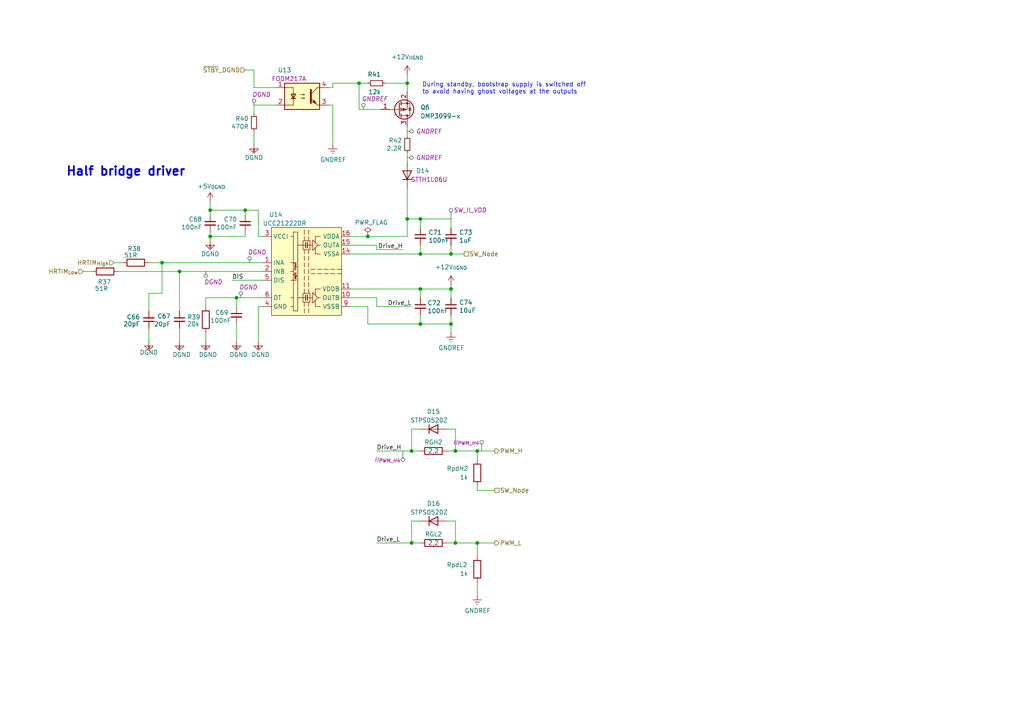
<source format=kicad_sch>
(kicad_sch (version 20250114) (generator "eeschema") (generator_version "9.0")
  (paper "A4")
  (title_block (title "Micro-inverter - 400W") (date "2024-02-06") (comment 1 "JAL"))
  (lib_symbols
    (symbol "D_Schottky_1" (pin_numbers (hide yes)) (pin_names (offset 1.016) (hide yes))
      (property "Reference" "D201" (at 1.27 2.54 90))
      (property "manf#" "PU3DBH" (at 5.08 0 90))
      (symbol "D_Schottky_1_0_1"
        (polyline (pts (xy 1.27 1.27) (xy 1.27 -1.27) (xy -1.27 0) (xy 1.27 1.27)) (stroke (width 0.254)))
        (polyline (pts (xy 1.27 0) (xy -1.27 0)))
      )
      (symbol "D_Schottky_1_1_1"
        (polyline (pts (xy -1.27 1.27) (xy -1.27 -1.27)) (stroke (width 0.254)))
        (pin passive line (at -3.81 0 0) (length 2.54) (name "K") (number "1"))
        (pin passive line (at 3.81 0 180) (length 2.54) (name "A") (number "2"))
      )
    )
    (symbol "Device:C_Small" (pin_numbers (hide yes)) (pin_names (offset 0.254) (hide yes))
      (property "Reference" "C" (at 0.254 1.778 0))
      (property "Value" "C_Small" (at 0.254 -2.032 0))
      (symbol "C_Small_0_1"
        (polyline (pts (xy -1.524 0.508) (xy 1.524 0.508)) (stroke (width 0.3048)))
        (polyline (pts (xy -1.524 -0.508) (xy 1.524 -0.508)) (stroke (width 0.3302)))
      )
      (symbol "C_Small_1_1"
        (pin passive line (at 0 2.54 270) (length 2.032) (name "~") (number "1"))
        (pin passive line (at 0 -2.54 90) (length 2.032) (name "~") (number "2"))
      )
    )
    (symbol "Device:D" (pin_numbers (hide yes)) (pin_names (offset 1.016) (hide yes))
      (property "Reference" "D" (at 0 2.54 0))
      (property "Value" "D" (at 0 -2.54 0))
      (symbol "D_0_1"
        (polyline (pts (xy -1.27 1.27) (xy -1.27 -1.27)) (stroke (width 0.254)))
        (polyline (pts (xy 1.27 1.27) (xy 1.27 -1.27) (xy -1.27 0) (xy 1.27 1.27)) (stroke (width 0.254)))
        (polyline (pts (xy 1.27 0) (xy -1.27 0)))
      )
      (symbol "D_1_1"
        (pin passive line (at -3.81 0 0) (length 2.54) (name "K") (number "1"))
        (pin passive line (at 3.81 0 180) (length 2.54) (name "A") (number "2"))
      )
    )
    (symbol "Device:Q_PMOS_GSD" (pin_names (offset 0) (hide yes))
      (property "Reference" "Q" (at 5.08 1.27 0))
      (property "Value" "Q_PMOS_GSD" (at 5.08 -1.27 0))
      (symbol "Q_PMOS_GSD_0_1"
        (polyline (pts (xy 0.254 1.905) (xy 0.254 -1.905)) (stroke (width 0.254)))
        (polyline (pts (xy 0.254 0) (xy -2.54 0)))
        (polyline (pts (xy 0.762 2.286) (xy 0.762 1.27)) (stroke (width 0.254)))
        (polyline (pts (xy 0.762 1.778) (xy 3.302 1.778) (xy 3.302 -1.778) (xy 0.762 -1.778)))
        (polyline (pts (xy 0.762 0.508) (xy 0.762 -0.508)) (stroke (width 0.254)))
        (polyline (pts (xy 0.762 -1.27) (xy 0.762 -2.286)) (stroke (width 0.254)))
        (circle (center 1.651 0) (radius 2.794) (stroke (width 0.254)))
        (polyline (pts (xy 2.286 0) (xy 1.27 0.381) (xy 1.27 -0.381) (xy 2.286 0)) (fill (type outline)))
        (polyline (pts (xy 2.54 2.54) (xy 2.54 1.778)))
        (circle (center 2.54 1.778) (radius 0.254) (fill (type outline)))
        (circle (center 2.54 -1.778) (radius 0.254) (fill (type outline)))
        (polyline (pts (xy 2.54 -2.54) (xy 2.54 0) (xy 0.762 0)))
        (polyline (pts (xy 2.794 -0.508) (xy 2.921 -0.381) (xy 3.683 -0.381) (xy 3.81 -0.254)))
        (polyline (pts (xy 3.302 -0.381) (xy 2.921 0.254) (xy 3.683 0.254) (xy 3.302 -0.381)))
      )
      (symbol "Q_PMOS_GSD_1_1"
        (pin input line (at -5.08 0 0) (length 2.54) (name "G") (number "1"))
        (pin passive line (at 2.54 5.08 270) (length 2.54) (name "D") (number "3"))
        (pin passive line (at 2.54 -5.08 90) (length 2.54) (name "S") (number "2"))
      )
    )
    (symbol "Device:R" (pin_numbers (hide yes)) (pin_names (offset 0))
      (property "Reference" "R" (at 2.032 0 90))
      (property "Value" "R" (at 0 0 90))
      (symbol "R_0_1"
        (rectangle (start -1.016 -2.54) (end 1.016 2.54) (stroke (width 0.254)))
      )
      (symbol "R_1_1"
        (pin passive line (at 0 3.81 270) (length 1.27) (name "~") (number "1"))
        (pin passive line (at 0 -3.81 90) (length 1.27) (name "~") (number "2"))
      )
    )
    (symbol "Device:R_Small" (pin_numbers (hide yes)) (pin_names (offset 0.254) (hide yes))
      (property "Reference" "R" (at 0.762 0.508 0))
      (property "Value" "R_Small" (at 0.762 -1.016 0))
      (symbol "R_Small_0_1"
        (rectangle (start -0.762 1.778) (end 0.762 -1.778) (stroke (width 0.2032)))
      )
      (symbol "R_Small_1_1"
        (pin passive line (at 0 2.54 270) (length 0.762) (name "~") (number "1"))
        (pin passive line (at 0 -2.54 90) (length 0.762) (name "~") (number "2"))
      )
    )
    (symbol "Driver_FET:UCC21520DW"
      (property "Reference" "U" (at 0 16.51 0))
      (property "Value" "UCC21520DW" (at 0 13.97 0))
      (symbol "UCC21520DW_0_0"
        (polyline (pts (xy -0.635 12.065) (xy -0.635 10.795)))
        (polyline (pts (xy -0.635 10.16) (xy -0.635 8.89)))
        (polyline (pts (xy -0.635 6.35) (xy -0.635 5.08)))
        (polyline (pts (xy -0.254 8.382) (xy -0.254 6.858)) (stroke (width 0.254)))
        (polyline (pts (xy -0.254 7.62) (xy -2.54 7.62)))
        (polyline (pts (xy -0.254 -6.858) (xy -0.254 -8.382)) (stroke (width 0.254)))
        (polyline (pts (xy -0.254 -7.62) (xy -2.54 -7.62)))
        (polyline (pts (xy 0.254 8.382) (xy 0.254 6.858)) (stroke (width 0.254)))
        (polyline (pts (xy 0.254 7.62) (xy 1.778 7.62)))
        (polyline (pts (xy 0.254 -6.858) (xy 0.254 -8.382)) (stroke (width 0.254)))
        (polyline (pts (xy 0.254 -7.62) (xy 1.778 -7.62)))
        (polyline (pts (xy 0.635 10.795) (xy 0.635 12.065)))
        (polyline (pts (xy 0.635 8.89) (xy 0.635 10.16)))
        (polyline (pts (xy 0.635 6.35) (xy 0.635 5.08)))
        (rectangle (start 1.016 8.89) (end -1.016 6.35))
        (rectangle (start 1.016 -6.35) (end -1.016 -8.89))
        (polyline (pts (xy 2.54 0.635) (xy 1.27 0.635)))
        (polyline (pts (xy 2.54 -0.635) (xy 1.27 -0.635)))
        (polyline (pts (xy 3.302 7.62) (xy 1.778 6.096) (xy 1.778 9.144) (xy 3.302 7.62)))
        (polyline (pts (xy 3.302 -7.62) (xy 1.778 -9.144) (xy 1.778 -6.096) (xy 3.302 -7.62)))
        (polyline (pts (xy 4.064 10.16) (xy 2.54 10.16) (xy 2.54 8.382)))
        (polyline (pts (xy 4.064 7.62) (xy 3.302 7.62)))
        (polyline (pts (xy 4.064 5.08) (xy 2.54 5.08) (xy 2.54 6.858)))
        (polyline (pts (xy 4.064 -5.08) (xy 2.54 -5.08) (xy 2.54 -6.858)))
        (polyline (pts (xy 4.064 -7.62) (xy 3.302 -7.62)))
        (polyline (pts (xy 4.064 -10.16) (xy 2.54 -10.16) (xy 2.54 -8.382)))
        (polyline (pts (xy 4.445 0.635) (xy 3.175 0.635)))
        (polyline (pts (xy 4.445 -0.635) (xy 3.175 -0.635)))
        (polyline (pts (xy 6.35 0.635) (xy 5.08 0.635)))
        (polyline (pts (xy 6.35 -0.635) (xy 5.08 -0.635)))
        (polyline (pts (xy 8.255 0.635) (xy 6.985 0.635)))
        (polyline (pts (xy 8.255 -0.635) (xy 6.985 -0.635)))
        (polyline (pts (xy 10.16 0.635) (xy 8.89 0.635)))
        (polyline (pts (xy 10.16 -0.635) (xy 8.89 -0.635)))
        (text "Logic Input" (at -3.302 0 900) (effects (font (size 0.635 0.635))))
      )
      (symbol "UCC21520DW_0_1"
        (rectangle (start -3.81 11.43) (end -2.54 -11.43))
        (polyline (pts (xy -3.81 10.16) (xy -4.572 10.16)))
        (polyline (pts (xy -3.81 2.54) (xy -4.572 2.54)))
        (polyline (pts (xy -3.81 0) (xy -4.572 0)))
        (polyline (pts (xy -3.81 -2.54) (xy -4.572 -2.54)))
        (polyline (pts (xy -3.81 -7.62) (xy -4.572 -7.62)))
        (polyline (pts (xy -3.81 -10.16) (xy -4.572 -10.16)))
        (polyline (pts (xy -0.635 4.445) (xy -0.635 3.175)))
        (polyline (pts (xy -0.635 2.54) (xy -0.635 1.27)))
        (polyline (pts (xy -0.635 0.635) (xy -0.635 -0.635)))
        (polyline (pts (xy -0.635 -1.27) (xy -0.635 -2.54)))
        (polyline (pts (xy -0.635 -3.175) (xy -0.635 -4.445)))
        (polyline (pts (xy -0.635 -5.08) (xy -0.635 -6.35)))
        (polyline (pts (xy -0.635 -8.89) (xy -0.635 -10.16)))
        (polyline (pts (xy -0.635 -10.795) (xy -0.635 -12.065)))
        (polyline (pts (xy 0.635 4.445) (xy 0.635 3.175)))
        (polyline (pts (xy 0.635 2.54) (xy 0.635 1.27)))
        (polyline (pts (xy 0.635 0.635) (xy 0.635 -0.635)))
        (polyline (pts (xy 0.635 -1.27) (xy 0.635 -2.54)))
        (polyline (pts (xy 0.635 -3.175) (xy 0.635 -4.445)))
        (polyline (pts (xy 0.635 -5.08) (xy 0.635 -6.35)))
        (polyline (pts (xy 0.635 -8.89) (xy 0.635 -10.16)))
        (polyline (pts (xy 0.635 -10.795) (xy 0.635 -12.065)))
        (rectangle (start 10.16 12.7) (end -10.16 -12.7) (fill (type background)))
      )
      (symbol "UCC21520DW_1_1"
        (pin power_in line (at -12.7 10.16 0) (length 2.54) (name "VCCI") (number "3"))
        (pin passive line (at -12.7 10.16 0) (length 2.54) (hide yes) (name "VCCI") (number "8"))
        (pin input line (at -12.7 2.54 0) (length 2.54) (name "INA") (number "1"))
        (pin input line (at -12.7 0 0) (length 2.54) (name "INB") (number "2"))
        (pin input line (at -12.7 -2.54 0) (length 2.54) (name "DIS") (number "5"))
        (pin passive line (at -12.7 -7.62 0) (length 2.54) (name "DT") (number "6"))
        (pin power_in line (at -12.7 -10.16 0) (length 2.54) (name "GND") (number "4"))
        (pin no_connect line (at -10.16 -5.08 0) (length 2.54) (hide yes) (name "NC") (number "7"))
        (pin no_connect line (at 10.16 2.54 180) (length 2.54) (hide yes) (name "NC") (number "13"))
        (pin no_connect line (at 10.16 -2.54 180) (length 2.54) (hide yes) (name "NC") (number "12"))
        (pin power_in line (at 12.7 10.16 180) (length 2.54) (name "VDDA") (number "16"))
        (pin output line (at 12.7 7.62 180) (length 2.54) (name "OUTA") (number "15"))
        (pin power_in line (at 12.7 5.08 180) (length 2.54) (name "VSSA") (number "14"))
        (pin power_in line (at 12.7 -5.08 180) (length 2.54) (name "VDDB") (number "11"))
        (pin output line (at 12.7 -7.62 180) (length 2.54) (name "OUTB") (number "10"))
        (pin power_in line (at 12.7 -10.16 180) (length 2.54) (name "VSSB") (number "9"))
      )
    )
    (symbol "Symbols:+12V_PGND" (power) (in_bom no) (on_board no)
      (property "Value" "+12V_PGND" (at -0.127 3.81 0))
      (symbol "+12V_PGND_0_1"
        (polyline (pts (xy -0.762 1.27) (xy 0 2.54)))
        (polyline (pts (xy 0 2.54) (xy 0.762 1.27)))
        (polyline (pts (xy 0 0) (xy 0 2.54)))
      )
      (symbol "+12V_PGND_1_1"
        (pin power_in line (at 0 0 90) (length 0) (hide yes) (name "+12V_PGND") (number "1"))
      )
    )
    (symbol "Symbols:+5V_DGND" (power) (in_bom no) (on_board no)
      (property "Value" "+5V_DGND" (at -0.127 3.81 0))
      (symbol "+5V_DGND_0_1"
        (polyline (pts (xy -0.762 1.27) (xy 0 2.54)))
        (polyline (pts (xy 0 2.54) (xy 0.762 1.27)))
        (polyline (pts (xy 0 0) (xy 0 2.54)))
      )
      (symbol "+5V_DGND_1_1"
        (pin power_in line (at 0 0 90) (length 0) (hide yes) (name "+5V_DGND") (number "1"))
      )
    )
    (symbol "Symbols:DGND" (power) (pin_names (offset 0))
      (property "Value" "DGND" (at 0 -3.81 0))
      (symbol "DGND_0_0"
        (text "D" (at 0 -1.778 0) (effects (font (size 0.63 0.63))))
      )
      (symbol "DGND_0_1"
        (polyline (pts (xy 0 0) (xy 0 -1.27) (xy 1.27 -1.27) (xy 0 -2.54) (xy -1.27 -1.27) (xy 0 -1.27)))
      )
      (symbol "DGND_1_1"
        (pin power_in line (at 0 0 270) (length 0) (hide yes) (name "DGND") (number "1"))
      )
    )
    (symbol "Symbols:FODM217A"
      (property "Reference" "U207" (at -5.08 7.62 0))
      (property "manf#" "FODM217A" (at -3.81 5.08 0))
      (symbol "FODM217A_1_1"
        (rectangle (start -5.08 3.81) (end 5.08 -3.81) (stroke (width 0.254)) (fill (type background)))
        (polyline (pts (xy -5.08 2.54) (xy -2.54 2.54) (xy -2.54 -0.762)))
        (polyline (pts (xy -3.175 -0.635) (xy -1.905 -0.635)) (stroke (width 0.254)))
        (polyline (pts (xy -2.54 -0.635) (xy -2.54 -2.54) (xy -5.08 -2.54)))
        (polyline (pts (xy -2.54 -0.635) (xy -3.175 0.635) (xy -1.905 0.635) (xy -2.54 -0.635)) (stroke (width 0.254)))
        (polyline (pts (xy -0.508 0.508) (xy 0.762 0.508) (xy 0.381 0.381) (xy 0.381 0.635) (xy 0.762 0.508)))
        (polyline (pts (xy -0.508 -0.508) (xy 0.762 -0.508) (xy 0.381 -0.635) (xy 0.381 -0.381) (xy 0.762 -0.508)))
        (polyline (pts (xy 2.54 1.905) (xy 2.54 -1.905) (xy 2.54 -1.905)) (stroke (width 0.508)))
        (polyline (pts (xy 2.54 0.635) (xy 4.445 2.54)))
        (polyline (pts (xy 3.048 -1.651) (xy 3.556 -1.143) (xy 4.064 -2.159) (xy 3.048 -1.651) (xy 3.048 -1.651)) (fill (type outline)))
        (polyline (pts (xy 4.445 2.54) (xy 5.08 2.54)))
        (polyline (pts (xy 4.445 -2.54) (xy 2.54 -0.635)) (fill (type outline)))
        (polyline (pts (xy 4.445 -2.54) (xy 5.08 -2.54)))
        (pin passive line (at -7.62 2.54 0) (length 2.54) (name "~") (number "1"))
        (pin passive line (at -7.62 -2.54 0) (length 2.54) (name "~") (number "2"))
        (pin passive line (at 7.62 2.54 180) (length 2.54) (name "~") (number "4"))
        (pin passive line (at 7.62 -2.54 180) (length 2.54) (name "~") (number "3"))
      )
    )
    (symbol "power:GNDREF" (power) (pin_names (offset 0))
      (property "Value" "GNDREF" (at 0 -3.81 0))
      (symbol "GNDREF_0_1"
        (polyline (pts (xy -0.635 -1.905) (xy 0.635 -1.905)))
        (polyline (pts (xy -0.127 -2.54) (xy 0.127 -2.54)))
        (polyline (pts (xy 0 -1.27) (xy 0 0)))
        (polyline (pts (xy 1.27 -1.27) (xy -1.27 -1.27)))
      )
      (symbol "GNDREF_1_1"
        (pin power_in line (at 0 0 270) (length 0) (hide yes) (name "GNDREF") (number "1"))
      )
    )
    (symbol "power:PWR_FLAG" (power) (pin_numbers (hide yes)) (pin_names (offset 0) (hide yes))
      (property "Value" "PWR_FLAG" (at 0 3.81 0))
      (symbol "PWR_FLAG_0_0"
        (pin power_out line (at 0 0 90) (length 0) (name "~") (number "1"))
      )
      (symbol "PWR_FLAG_0_1"
        (polyline (pts (xy 0 0) (xy 0 1.27) (xy -1.016 1.905) (xy 0 2.54) (xy 1.016 1.905) (xy 0 1.27)))
      )
    )
  )
  (text "Half bridge driver" (at 19.05 51.308 0) (effects (font (size 2.54 2.54) (thickness 0.5) (bold yes)) (justify left bottom)))
  (text "During standby, bootstrap supply is switched off \nto avoid having ghost voltages at the outputs" (at 122.428 27.432 0) (effects (font (size 1.27 1.27)) (justify left bottom)))
  (junction (at 119.38 130.81))
  (junction (at 130.81 93.98))
  (junction (at 132.08 157.48))
  (junction (at 119.38 157.48))
  (junction (at 106.68 68.58))
  (junction (at 46.99 76.2))
  (junction (at 121.92 93.98))
  (junction (at 118.11 63.5))
  (junction (at 71.12 60.96))
  (junction (at 130.81 83.82))
  (junction (at 60.96 60.96))
  (junction (at 138.43 157.48))
  (junction (at 118.11 24.13))
  (junction (at 68.58 86.36))
  (junction (at 60.96 68.58))
  (junction (at 104.14 24.13))
  (junction (at 52.07 78.74))
  (junction (at 121.92 83.82))
  (junction (at 121.92 63.5))
  (junction (at 121.92 73.66))
  (junction (at 132.08 130.81))
  (junction (at 130.81 73.66))
  (junction (at 138.43 130.81))
  (wire (pts (xy 111.76 24.13) (xy 118.11 24.13)))
  (wire (pts (xy 109.22 71.12) (xy 101.6 71.12)))
  (wire (pts (xy 130.81 93.98) (xy 130.81 96.52)))
  (wire (pts (xy 106.68 93.98) (xy 121.92 93.98)))
  (wire (pts (xy 119.38 151.13) (xy 119.38 157.48)))
  (wire (pts (xy 71.12 60.96) (xy 74.93 60.96)))
  (wire (pts (xy 130.81 83.82) (xy 130.81 86.36)))
  (wire (pts (xy 101.6 73.66) (xy 121.92 73.66)))
  (wire (pts (xy 138.43 161.29) (xy 138.43 157.48)))
  (wire (pts (xy 106.68 24.13) (xy 104.14 24.13)))
  (wire (pts (xy 138.43 130.81) (xy 138.43 133.35)))
  (wire (pts (xy 71.12 68.58) (xy 71.12 67.31)))
  (wire (pts (xy 138.43 157.48) (xy 132.08 157.48)))
  (wire (pts (xy 121.92 63.5) (xy 130.81 63.5)))
  (wire (pts (xy 109.22 88.9) (xy 119.38 88.9)))
  (wire (pts (xy 71.12 60.96) (xy 71.12 62.23)))
  (wire (pts (xy 143.51 157.48) (xy 138.43 157.48)))
  (wire (pts (xy 106.68 68.58) (xy 118.11 68.58)))
  (wire (pts (xy 24.13 78.74) (xy 26.67 78.74)))
  (wire (pts (xy 59.69 96.52) (xy 59.69 99.06)))
  (wire (pts (xy 43.18 85.09) (xy 43.18 90.17)))
  (wire (pts (xy 119.38 124.46) (xy 119.38 130.81)))
  (wire (pts (xy 59.69 86.36) (xy 68.58 86.36)))
  (wire (pts (xy 106.68 88.9) (xy 106.68 93.98)))
  (wire (pts (xy 43.18 85.09) (xy 46.99 85.09)))
  (wire (pts (xy 138.43 140.97) (xy 138.43 142.24)) (stroke (width 0.1524)))
  (wire (pts (xy 121.92 63.5) (xy 118.11 63.5)))
  (wire (pts (xy 118.11 44.45) (xy 118.11 46.99)))
  (wire (pts (xy 121.92 73.66) (xy 130.81 73.66)))
  (wire (pts (xy 109.22 88.9) (xy 109.22 86.36)))
  (wire (pts (xy 119.38 130.81) (xy 121.92 130.81)))
  (wire (pts (xy 60.96 60.96) (xy 71.12 60.96)))
  (wire (pts (xy 143.51 130.81) (xy 138.43 130.81)))
  (wire (pts (xy 96.52 30.48) (xy 95.25 30.48)))
  (wire (pts (xy 132.08 130.81) (xy 132.08 124.46)))
  (wire (pts (xy 96.52 24.13) (xy 96.52 25.4)))
  (wire (pts (xy 121.92 93.98) (xy 130.81 93.98)))
  (wire (pts (xy 76.2 88.9) (xy 74.93 88.9)))
  (wire (pts (xy 132.08 124.46) (xy 129.54 124.46)))
  (wire (pts (xy 34.29 78.74) (xy 52.07 78.74)))
  (wire (pts (xy 73.66 30.48) (xy 73.66 33.02)))
  (wire (pts (xy 60.96 58.42) (xy 60.96 60.96)))
  (wire (pts (xy 60.96 68.58) (xy 60.96 69.85)))
  (wire (pts (xy 73.66 20.32) (xy 73.66 25.4)))
  (wire (pts (xy 43.18 76.2) (xy 46.99 76.2)))
  (wire (pts (xy 101.6 83.82) (xy 121.92 83.82)))
  (wire (pts (xy 121.92 71.12) (xy 121.92 73.66)))
  (wire (pts (xy 138.43 168.91) (xy 138.43 172.72)) (stroke (width 0.1524)))
  (wire (pts (xy 132.08 151.13) (xy 129.54 151.13)))
  (wire (pts (xy 68.58 88.9) (xy 68.58 86.36)))
  (wire (pts (xy 130.81 73.66) (xy 134.62 73.66)))
  (wire (pts (xy 138.43 130.81) (xy 132.08 130.81)))
  (wire (pts (xy 130.81 91.44) (xy 130.81 93.98)))
  (wire (pts (xy 43.18 99.06) (xy 43.18 95.25)))
  (wire (pts (xy 60.96 67.31) (xy 60.96 68.58)))
  (wire (pts (xy 119.38 130.81) (xy 109.22 130.81)))
  (wire (pts (xy 73.66 38.1) (xy 73.66 41.91)))
  (wire (pts (xy 74.93 88.9) (xy 74.93 99.06)))
  (wire (pts (xy 104.14 24.13) (xy 104.14 31.75)))
  (wire (pts (xy 132.08 130.81) (xy 129.54 130.81)))
  (wire (pts (xy 74.93 68.58) (xy 76.2 68.58)))
  (wire (pts (xy 74.93 60.96) (xy 74.93 68.58)))
  (wire (pts (xy 121.92 151.13) (xy 119.38 151.13)))
  (wire (pts (xy 118.11 24.13) (xy 118.11 21.59)))
  (wire (pts (xy 119.38 157.48) (xy 109.22 157.48)))
  (wire (pts (xy 96.52 24.13) (xy 104.14 24.13)))
  (wire (pts (xy 101.6 68.58) (xy 106.68 68.58)))
  (wire (pts (xy 46.99 85.09) (xy 46.99 76.2)))
  (wire (pts (xy 52.07 78.74) (xy 76.2 78.74)))
  (wire (pts (xy 60.96 60.96) (xy 60.96 62.23)))
  (wire (pts (xy 138.43 142.24) (xy 143.51 142.24)) (stroke (width 0.1524)))
  (wire (pts (xy 73.66 30.48) (xy 80.01 30.48)))
  (wire (pts (xy 68.58 93.98) (xy 68.58 99.06)))
  (wire (pts (xy 121.92 83.82) (xy 130.81 83.82)))
  (wire (pts (xy 130.81 82.55) (xy 130.81 83.82)))
  (wire (pts (xy 96.52 30.48) (xy 96.52 41.91)))
  (wire (pts (xy 95.25 25.4) (xy 96.52 25.4)))
  (wire (pts (xy 121.92 66.04) (xy 121.92 63.5)))
  (wire (pts (xy 132.08 157.48) (xy 132.08 151.13)))
  (wire (pts (xy 130.81 73.66) (xy 130.81 71.12)))
  (wire (pts (xy 46.99 76.2) (xy 76.2 76.2)))
  (wire (pts (xy 121.92 91.44) (xy 121.92 93.98)))
  (wire (pts (xy 52.07 78.74) (xy 52.07 90.17)))
  (wire (pts (xy 109.22 86.36) (xy 101.6 86.36)))
  (wire (pts (xy 101.6 88.9) (xy 106.68 88.9)))
  (wire (pts (xy 121.92 83.82) (xy 121.92 86.36)))
  (wire (pts (xy 67.31 81.28) (xy 76.2 81.28)))
  (wire (pts (xy 71.12 20.32) (xy 73.66 20.32)))
  (wire (pts (xy 118.11 26.67) (xy 118.11 24.13)))
  (wire (pts (xy 132.08 157.48) (xy 129.54 157.48)))
  (wire (pts (xy 52.07 95.25) (xy 52.07 99.06)))
  (wire (pts (xy 73.66 25.4) (xy 80.01 25.4)))
  (wire (pts (xy 118.11 36.83) (xy 118.11 39.37)))
  (wire (pts (xy 121.92 157.48) (xy 119.38 157.48)))
  (wire (pts (xy 109.22 72.39) (xy 109.22 71.12)))
  (wire (pts (xy 118.11 54.61) (xy 118.11 63.5)))
  (wire (pts (xy 104.14 31.75) (xy 110.49 31.75)))
  (wire (pts (xy 33.02 76.2) (xy 35.56 76.2)))
  (wire (pts (xy 118.11 63.5) (xy 118.11 68.58)))
  (wire (pts (xy 60.96 68.58) (xy 71.12 68.58)))
  (wire (pts (xy 109.22 72.39) (xy 116.84 72.39)))
  (wire (pts (xy 130.81 63.5) (xy 130.81 66.04)))
  (wire (pts (xy 121.92 124.46) (xy 119.38 124.46)))
  (wire (pts (xy 59.69 86.36) (xy 59.69 88.9)))
  (wire (pts (xy 68.58 86.36) (xy 76.2 86.36)))
  (label "DIS" (at 67.31 81.28 0))
  (label "Drive_H" (at 116.84 72.39 180))
  (label "Drive_H" (at 109.22 130.81 0))
  (label "Drive_L" (at 119.38 88.9 180))
  (label "Drive_L" (at 109.22 157.48 0))
  (hierarchical_label "HRTIM_{Low}" (shape input) (at 24.13 78.74 180))
  (hierarchical_label "SW_Node" (shape passive) (at 143.51 142.24 0))
  (hierarchical_label "SW_Node" (shape passive) (at 134.62 73.66 0))
  (hierarchical_label "PWM_L" (shape output) (at 143.51 157.48 0))
  (hierarchical_label "HRTIM_{High}" (shape input) (at 33.02 76.2 180))
  (hierarchical_label "~{STBY}_DGND" (shape input) (at 71.12 20.32 180))
  (hierarchical_label "PWM_H" (shape output) (at 143.51 130.81 0))
  (netclass_flag "" (length 1.27) (shape round) (at 73.66 30.48 0) (property "Netclass" "DGND" (at 73.152 27.432 0) (effects (font (italic yes)) (justify left))))
  (netclass_flag "" (length 2.54) (shape round) (at 116.84 130.81 180) (property "Netclass" "II_{PWM_H4}" (at 116.1415 133.35 0) (effects (font (italic yes)) (justify right))))
  (netclass_flag "" (length 1.27) (shape round) (at 59.69 78.74 180) (property "Netclass" "DGND" (at 59.182 81.788 0) (effects (font (italic yes)) (justify left))))
  (netclass_flag "" (length 2.54) (shape round) (at 139.7 130.81 0) (property "Netclass" "II_{PWM_H4}" (at 139.0015 128.27 0) (effects (font (italic yes)) (justify right))))
  (netclass_flag "" (length 1.27) (shape round) (at 69.85 86.36 0) (property "Netclass" "DGND" (at 69.342 83.312 0) (effects (font (italic yes)) (justify left))))
  (netclass_flag "" (length 1.27) (shape round) (at 105.41 31.75 0) (property "Netclass" "GNDREF" (at 104.902 28.702 0) (effects (font (italic yes)) (justify left))))
  (netclass_flag "" (length 1.27) (shape round) (at 118.11 45.72 270) (property "Netclass" "GNDREF" (at 120.65 45.72 0) (effects (font (italic yes)) (justify left))))
  (netclass_flag "" (length 1.27) (shape round) (at 72.39 76.2 0) (property "Netclass" "DGND" (at 71.882 73.152 0) (effects (font (italic yes)) (justify left))))
  (netclass_flag "" (length 2.54) (shape round) (at 130.81 63.5 0) (property "Netclass" "SW_II_VDD" (at 131.5085 60.96 0) (effects (font (italic yes)) (justify left))))
  (netclass_flag "" (length 1.27) (shape round) (at 118.11 38.1 270) (property "Netclass" "GNDREF" (at 120.65 38.1 0) (effects (font (italic yes)) (justify left))))
  (symbol (lib_id "Device:D") (at 125.73 151.13 0) (unit 1)
    (property "Reference" "D?" (at 125.73 146.05 0))
    (property "Value" "STPS0520Z" (at 124.46 148.59 0))
    (property "Footprint" "Diode_SMD:D_SOD-323" (effects (hide yes)))
    (property "Datasheet" "https://www.st.com/resource/en/datasheet/stps0520z.pdf" (effects (hide yes)))
    (instances (project "micro_inverter" (path "" (reference "D16") (unit 1)) (path "" (reference "D?") (unit 1))))
  )
  (symbol (lib_id "Device:Q_PMOS_GSD") (at 115.57 31.75 0) (mirror x) (unit 1)
    (property "Reference" "Q?" (at 121.92 31.115 0) (effects (justify left)))
    (property "Value" "DMP3099-x" (at 121.92 33.655 0) (effects (justify left)))
    (property "Footprint" "Footprints:SOT-23" (effects (hide yes)))
    (property "Datasheet" "${KIPRJMOD}\\datasheets\\DMP3099L.pdf" (effects (hide yes)))
    (property "Functionnal block" "POWER" (effects (hide yes)))
    (instances (project "micro_inverter" (path "" (reference "Q6") (unit 1)) (path "" (reference "Q?") (unit 1))))
  )
  (symbol (lib_id "Device:R") (at 125.73 157.48 90) (unit 1)
    (property "Reference" "RGL?" (at 125.73 154.94 90))
    (property "Value" "2,2" (at 125.73 157.48 90))
    (property "Footprint" "Resistor_SMD:R_0805_2012Metric" (effects (hide yes)))
    (instances (project "micro_inverter" (path "" (reference "RGL2") (unit 1)) (path "" (reference "RGL?") (unit 1))))
  )
  (symbol (lib_id "Symbols:+5V_DGND") (at 60.96 58.42 0) (unit 1) (in_bom no) (on_board no)
    (property "Reference" "#PWR?" (effects (hide yes)))
    (property "Value" "+5V_{DGND}" (at 61.341 54.0258 0))
    (instances (project "micro_inverter" (path "" (reference "#PWR094") (unit 1)) (path "" (reference "#PWR?") (unit 1))))
  )
  (symbol (lib_id "Device:C_Small") (at 43.18 92.71 180) (unit 1)
    (property "Reference" "C?" (at 40.64 91.948 0) (effects (justify left)))
    (property "Value" "20pF" (at 40.64 93.98 0) (effects (justify left)))
    (property "Footprint" "Footprints:C_0805_2012Metric" (effects (hide yes)))
    (property "Datasheet" "${KIPRJMOD}\\datasheet\\UPY_GP_NP0_16V_to_50V_18-1730511.pdf" (effects (hide yes)))
    (property "manf#" "CC0805JRNPO9BN200" (effects (hide yes)))
    (property "Functional Block" "Driver" (effects (hide yes)))
    (property "Metal content" "BaTiO3" (effects (hide yes)))
    (property "Subfunction" "Driver input" (effects (hide yes)))
    (property "Package" "0805" (effects (hide yes)))
    (property "Dielectric" "NP0" (effects (hide yes)))
    (property "Voltage" "50V" (effects (hide yes)))
    (instances (project "micro_inverter" (path "" (reference "C66") (unit 1)) (path "" (reference "C?") (unit 1))))
  )
  (symbol (lib_id "Device:R") (at 30.48 78.74 90) (unit 1)
    (property "Reference" "R?" (at 32.258 81.788 90) (effects (justify left)))
    (property "Value" "51R" (at 31.369 83.693 90) (effects (justify left)))
    (property "Footprint" "Footprints:R_0805_2012Metric" (effects (hide yes)))
    (property "Datasheet" "${KIPRJMOD}\\datasheet\\cr-1858361.pdf" (effects (hide yes)))
    (property "manf#" "CR0805-FX-51R0ELF" (effects (hide yes)))
    (property "Functional Block" "Driver" (effects (hide yes)))
    (property "Metal content" "NiCr" (effects (hide yes)))
    (property "Subfunction" "Driver input" (effects (hide yes)))
    (property "Package" "0805" (effects (hide yes)))
    (property "Technology" "Thick film" (effects (hide yes)))
    (instances (project "micro_inverter" (path "" (reference "R37") (unit 1)) (path "" (reference "R?") (unit 1))))
  )
  (symbol (lib_id "Device:C_Small") (at 130.81 68.58 0) (unit 1)
    (property "Reference" "C?" (at 133.1468 67.4116 0) (effects (justify left)))
    (property "Value" "1uF" (at 133.1468 69.723 0) (effects (justify left)))
    (property "Footprint" "Footprints:C_0805_2012Metric" (effects (hide yes)))
    (property "Datasheet" "${KIPRJMOD}\\datasheet\\taiyo_yuden_12132018_mlcc11_hq_e-1510082.pdf" (effects (hide yes)))
    (property "manf#" "UMK212B7105KGHT" (effects (hide yes)))
    (property "Functional Block" "Driver" (effects (hide yes)))
    (property "Metal content" "BaTiO3" (effects (hide yes)))
    (property "Subfunction" "Driver bootstrap" (effects (hide yes)))
    (property "Package" "0805" (effects (hide yes)))
    (property "Dielectric" "X7R" (effects (hide yes)))
    (property "Voltage" "50V" (effects (hide yes)))
    (instances (project "micro_inverter" (path "" (reference "C73") (unit 1)) (path "" (reference "C?") (unit 1))))
  )
  (symbol (lib_id "Symbols:DGND") (at 60.96 69.85 0) (unit 1)
    (property "Reference" "#PWR?" (effects (hide yes)))
    (property "Value" "DGND" (at 60.96 73.66 0))
    (instances (project "micro_inverter" (path "" (reference "#PWR095") (unit 1)) (path "" (reference "#PWR?") (unit 1))))
  )
  (symbol (lib_id "Symbols:DGND") (at 52.07 99.06 0) (unit 1)
    (property "Reference" "#PWR?" (effects (hide yes)))
    (property "Value" "DGND" (at 52.705 102.87 0))
    (instances (project "micro_inverter" (path "" (reference "#PWR092") (unit 1)) (path "" (reference "#PWR?") (unit 1))))
  )
  (symbol (lib_id "Device:C_Small") (at 60.96 64.77 0) (mirror y) (unit 1)
    (property "Reference" "C?" (at 58.6232 63.6016 0) (effects (justify left)))
    (property "Value" "100nF" (at 58.6232 65.913 0) (effects (justify left)))
    (property "Footprint" "Capacitor_SMD:C_1206_3216Metric" (effects (hide yes)))
    (property "Datasheet" "${KIPRJMOD}\\datasheet\\KEM_C1002_X7R_SMD-3316098.pdf" (effects (hide yes)))
    (property "manf#" "C1206C104K5RAC7867" (effects (hide yes)))
    (property "Functional Block" "Driver" (effects (hide yes)))
    (property "Metal content" "BaTiO3" (effects (hide yes)))
    (property "Subfunction" "Driver decoupling" (effects (hide yes)))
    (property "Package" "1206" (effects (hide yes)))
    (property "Dielectric" "X7R" (effects (hide yes)))
    (property "Voltage" "50V" (effects (hide yes)))
    (instances (project "micro_inverter" (path "" (reference "C68") (unit 1)) (path "" (reference "C?") (unit 1))))
  )
  (symbol (lib_id "Device:R_Small") (at 73.66 35.56 0) (mirror y) (unit 1)
    (property "Reference" "R?" (at 72.1614 34.3916 0) (effects (justify left)))
    (property "Value" "470R" (at 72.1614 36.703 0) (effects (justify left)))
    (property "Footprint" "Footprints:R_0805_2012Metric" (effects (hide yes)))
    (property "Datasheet" "${KIPRJMOD}\\datasheet\\cr-1858361.pdf" (effects (hide yes)))
    (property "manf#" "CR0805-FX-4700ELF" (effects (hide yes)))
    (property "Functional Block" "Measurement" (effects (hide yes)))
    (property "Metal content" "NiCr" (effects (hide yes)))
    (property "Package" "0805" (effects (hide yes)))
    (property "Technology" "Thick film" (effects (hide yes)))
    (instances (project "micro_inverter" (path "" (reference "R40") (unit 1)) (path "" (reference "R?") (unit 1))))
  )
  (symbol (lib_id "Device:C_Small") (at 52.07 92.71 0) (mirror y) (unit 1)
    (property "Reference" "C?" (at 49.53 91.694 0) (effects (justify left)))
    (property "Value" "20pF" (at 49.53 94.0054 0) (effects (justify left)))
    (property "Footprint" "Footprints:C_0805_2012Metric" (effects (hide yes)))
    (property "Datasheet" "${KIPRJMOD}\\datasheet\\UPY_GP_NP0_16V_to_50V_18-1730511.pdf" (effects (hide yes)))
    (property "manf#" "CC0805JRNPO9BN200" (effects (hide yes)))
    (property "Functional Block" "Driver" (effects (hide yes)))
    (property "Metal content" "BaTiO3" (effects (hide yes)))
    (property "Subfunction" "Driver input" (effects (hide yes)))
    (property "Package" "0805" (effects (hide yes)))
    (property "Dielectric" "NP0" (effects (hide yes)))
    (property "Voltage" "50V" (effects (hide yes)))
    (instances (project "micro_inverter" (path "" (reference "C67") (unit 1)) (path "" (reference "C?") (unit 1))))
  )
  (symbol (lib_id "Device:R") (at 138.43 165.1 180) (unit 1)
    (property "Reference" "RpdL?" (at 129.54 163.83 0) (effects (justify right)))
    (property "Value" "1k" (at 133.35 166.37 0) (effects (justify right)))
    (property "Footprint" "Resistor_SMD:R_0805_2012Metric" (effects (hide yes)))
    (instances (project "micro_inverter" (path "" (reference "RpdL2") (unit 1)) (path "" (reference "RpdL?") (unit 1))))
  )
  (symbol (lib_id "Device:R") (at 125.73 130.81 90) (unit 1)
    (property "Reference" "RGH?" (at 125.73 128.27 90))
    (property "Value" "2,2" (at 125.73 130.81 90))
    (property "Footprint" "Resistor_SMD:R_0805_2012Metric" (effects (hide yes)))
    (instances (project "micro_inverter" (path "" (reference "RGH2") (unit 1)) (path "" (reference "RGH?") (unit 1))))
  )
  (symbol (lib_id "Symbols:+12V_PGND") (at 130.81 82.55 0) (unit 1) (in_bom no) (on_board no)
    (property "Reference" "#PWR?" (effects (hide yes)))
    (property "Value" "+12V_{IIGND}" (at 130.81 77.47 0))
    (instances (project "micro_inverter" (path "" (reference "#PWR0101") (unit 1)) (path "" (reference "#PWR?") (unit 1))))
  )
  (symbol (lib_id "Device:C_Small") (at 68.58 91.44 0) (mirror y) (unit 1)
    (property "Reference" "C?" (at 66.294 90.678 0) (effects (justify left)))
    (property "Value" "100nF" (at 67.056 92.964 0) (effects (justify left)))
    (property "Footprint" "Capacitor_SMD:C_1206_3216Metric" (effects (hide yes)))
    (property "Datasheet" "${KIPRJMOD}\\datasheet\\KEM_C1002_X7R_SMD-3316098.pdf" (effects (hide yes)))
    (property "manf#" "C1206C104K5RAC7867" (effects (hide yes)))
    (property "Functional Block" "Driver" (effects (hide yes)))
    (property "Metal content" "BaTiO3" (effects (hide yes)))
    (property "Subfunction" "Driver decoupling" (effects (hide yes)))
    (property "Package" "1206" (effects (hide yes)))
    (property "Dielectric" "X7R" (effects (hide yes)))
    (property "Voltage" "50V" (effects (hide yes)))
    (instances (project "micro_inverter" (path "" (reference "C69") (unit 1)) (path "" (reference "C?") (unit 1))))
  )
  (symbol (lib_id "Symbols:+12V_PGND") (at 118.11 21.59 0) (unit 1) (in_bom no) (on_board no)
    (property "Reference" "#PWR?" (effects (hide yes)))
    (property "Value" "+12V_{IIGND}" (at 118.11 16.51 0))
    (instances (project "micro_inverter" (path "" (reference "#PWR0100") (unit 1)) (path "" (reference "#PWR?") (unit 1))))
  )
  (symbol (lib_id "Driver_FET:UCC21520DW") (at 88.9 78.74 0) (unit 1)
    (property "Reference" "U?" (at 80.01 62.23 0))
    (property "Value" "UCC21222DR" (at 82.55 64.77 0))
    (property "Footprint" "Package_SO:SOIC-16_3.9x9.9mm_P1.27mm" (effects (hide yes)))
    (property "Datasheet" "${KIPRJMOD}\\datasheets\\ucc21222.pdf" (effects (hide yes)))
    (property "manf#" "UCC21222DR" (effects (hide yes)))
    (property "Functional Block" "Driver" (effects (hide yes)))
    (property "Subfunction" "Driver" (effects (hide yes)))
    (instances (project "micro_inverter" (path "" (reference "U14") (unit 1)) (path "" (reference "U?") (unit 1))))
  )
  (symbol (lib_id "Symbols:DGND") (at 68.58 99.06 0) (unit 1)
    (property "Reference" "#PWR?" (effects (hide yes)))
    (property "Value" "DGND" (at 69.215 102.87 0))
    (instances (project "micro_inverter" (path "" (reference "#PWR096") (unit 1)) (path "" (reference "#PWR?") (unit 1))))
  )
  (symbol (lib_id "Device:R") (at 59.69 92.71 180) (unit 1)
    (property "Reference" "R?" (at 58.166 91.948 0) (effects (justify left)))
    (property "Value" "20k" (at 57.912 93.98 0) (effects (justify left)))
    (property "Footprint" "Footprints:R_0805_2012Metric" (effects (hide yes)))
    (property "Datasheet" "${KIPRJMOD}\\datasheet\\PYu_RT_1_to_0_01_RoHS_L_12-3003070.pdf" (effects (hide yes)))
    (property "manf#" "RT0805DRD0720KL" (effects (hide yes)))
    (property "Functional Block" "Driver" (effects (hide yes)))
    (property "Metal content" "NiCr" (effects (hide yes)))
    (property "Subfunction" "Deadtime setting" (effects (hide yes)))
    (property "Package" "0805" (effects (hide yes)))
    (property "Technology" "Thin film" (effects (hide yes)))
    (instances (project "micro_inverter" (path "" (reference "R39") (unit 1)) (path "" (reference "R?") (unit 1))))
  )
  (symbol (lib_id "power:GNDREF") (at 96.52 41.91 0) (unit 1)
    (property "Reference" "#PWR?" (effects (hide yes)))
    (property "Value" "GNDREF" (at 96.647 46.3042 0))
    (instances (project "micro_inverter" (path "" (reference "#PWR099") (unit 1)) (path "" (reference "#PWR?") (unit 1))))
  )
  (symbol (lib_id "Device:C_Small") (at 130.81 88.9 0) (unit 1)
    (property "Reference" "C?" (at 133.1468 87.7316 0) (effects (justify left)))
    (property "Value" "10uF" (at 133.1468 90.043 0) (effects (justify left)))
    (property "Footprint" "Footprints:C_1210_3225Metric" (effects (hide yes)))
    (property "Datasheet" "${KIPRJMOD}\\datasheet\\MLCC-1837944.pdf" (effects (hide yes)))
    (property "manf#" "CL32B106KBJNNNE" (effects (hide yes)))
    (property "Functional Block" "Driver" (effects (hide yes)))
    (property "Metal content" "BaTiO3" (effects (hide yes)))
    (property "Subfunction" "Driver decoupling" (effects (hide yes)))
    (property "Package" "1210" (effects (hide yes)))
    (property "Dielectric" "X7R" (effects (hide yes)))
    (property "Voltage" "50V" (effects (hide yes)))
    (instances (project "micro_inverter" (path "" (reference "C74") (unit 1)) (path "" (reference "C?") (unit 1))))
  )
  (symbol (lib_id "Device:C_Small") (at 71.12 64.77 0) (mirror y) (unit 1)
    (property "Reference" "C?" (at 68.7832 63.6016 0) (effects (justify left)))
    (property "Value" "100nF" (at 68.7832 65.913 0) (effects (justify left)))
    (property "Footprint" "Capacitor_SMD:C_1206_3216Metric" (effects (hide yes)))
    (property "Datasheet" "${KIPRJMOD}\\datasheet\\KEM_C1002_X7R_SMD-3316098.pdf" (effects (hide yes)))
    (property "manf#" "C1206C104K5RAC7867" (effects (hide yes)))
    (property "Functional Block" "Driver" (effects (hide yes)))
    (property "Metal content" "BaTiO3" (effects (hide yes)))
    (property "Subfunction" "Driver decoupling" (effects (hide yes)))
    (property "Package" "1206" (effects (hide yes)))
    (property "Dielectric" "X7R" (effects (hide yes)))
    (property "Voltage" "50V" (effects (hide yes)))
    (instances (project "micro_inverter" (path "" (reference "C70") (unit 1)) (path "" (reference "C?") (unit 1))))
  )
  (symbol (lib_id "Device:C_Small") (at 121.92 88.9 0) (unit 1)
    (property "Reference" "C?" (at 123.952 87.884 0) (effects (justify left)))
    (property "Value" "100nF" (at 123.952 90.1954 0) (effects (justify left)))
    (property "Footprint" "Capacitor_SMD:C_1206_3216Metric" (effects (hide yes)))
    (property "Datasheet" "${KIPRJMOD}\\datasheet\\KEM_C1002_X7R_SMD-3316098.pdf" (effects (hide yes)))
    (property "manf#" "C1206C104K5RAC7867" (effects (hide yes)))
    (property "Functional Block" "Driver" (effects (hide yes)))
    (property "Metal content" "BaTiO3" (effects (hide yes)))
    (property "Subfunction" "Driver decoupling" (effects (hide yes)))
    (property "Package" "1206" (effects (hide yes)))
    (property "Dielectric" "X7R" (effects (hide yes)))
    (property "Voltage" "50V" (effects (hide yes)))
    (instances (project "micro_inverter" (path "" (reference "C72") (unit 1)) (path "" (reference "C?") (unit 1))))
  )
  (symbol (lib_id "Symbols:FODM217A") (at 87.63 27.94 0) (unit 1)
    (property "Reference" "U?" (at 82.55 20.32 0))
    (property "Value" "FODM217A" (effects (hide yes)))
    (property "Footprint" "Package_SO:SO-4_4.4x2.3mm_P1.27mm" (effects (hide yes)))
    (property "Datasheet" "${KIPRJMOD}\\datasheets\\FODM214-D.pdf" (effects (hide yes)))
    (property "manf#" "FODM217A" (at 83.82 22.86 0))
    (property "Functional Block" "Driver" (effects (hide yes)))
    (property "Subfunction" "STBY driver" (effects (hide yes)))
    (instances (project "micro_inverter" (path "" (reference "U13") (unit 1)) (path "" (reference "U?") (unit 1))))
  )
  (symbol (lib_id "power:PWR_FLAG") (at 106.68 68.58 0) (unit 1)
    (property "Reference" "#FLG?" (effects (hide yes)))
    (property "Value" "PWR_FLAG" (at 107.696 64.516 0))
    (property "Description" "Special symbol for telling ERC where power comes from" (effects (hide yes)))
    (instances (project "micro_inverter" (path "" (reference "#FLG03") (unit 1)) (path "" (reference "#FLG?") (unit 1))))
  )
  (symbol (lib_id "power:GNDREF") (at 138.43 172.72 0) (unit 1)
    (property "Reference" "#PWR?" (effects (hide yes)))
    (property "Value" "GNDREF" (at 138.557 177.1142 0))
    (instances (project "micro_inverter" (path "" (reference "#PWR0103") (unit 1)) (path "" (reference "#PWR?") (unit 1))))
  )
  (symbol (lib_id "Device:C_Small") (at 121.92 68.58 0) (unit 1)
    (property "Reference" "C?" (at 124.2568 67.4116 0) (effects (justify left)))
    (property "Value" "100nF" (at 124.2568 69.723 0) (effects (justify left)))
    (property "Footprint" "Capacitor_SMD:C_1206_3216Metric" (effects (hide yes)))
    (property "Datasheet" "${KIPRJMOD}\\datasheet\\KEM_C1002_X7R_SMD-3316098.pdf" (effects (hide yes)))
    (property "manf#" "C1206C104K5RAC7867" (effects (hide yes)))
    (property "Functional Block" "Driver" (effects (hide yes)))
    (property "Metal content" "BaTiO3" (effects (hide yes)))
    (property "Subfunction" "Driver bootstrap" (effects (hide yes)))
    (property "Package" "1206" (effects (hide yes)))
    (property "Dielectric" "X7R" (effects (hide yes)))
    (property "Voltage" "50V" (effects (hide yes)))
    (instances (project "micro_inverter" (path "" (reference "C71") (unit 1)) (path "" (reference "C?") (unit 1))))
  )
  (symbol (lib_id "Device:R") (at 39.37 76.2 90) (unit 1)
    (property "Reference" "R?" (at 40.894 72.136 90) (effects (justify left)))
    (property "Value" "51R" (at 39.878 74.041 90) (effects (justify left)))
    (property "Footprint" "Footprints:R_0805_2012Metric" (effects (hide yes)))
    (property "Datasheet" "${KIPRJMOD}\\datasheet\\cr-1858361.pdf" (effects (hide yes)))
    (property "manf#" "CR0805-FX-51R0ELF" (effects (hide yes)))
    (property "Functional Block" "Driver" (effects (hide yes)))
    (property "Metal content" "NiCr" (effects (hide yes)))
    (property "Subfunction" "Driver input" (effects (hide yes)))
    (property "Package" "0805" (effects (hide yes)))
    (property "Technology" "Thick film" (effects (hide yes)))
    (instances (project "micro_inverter" (path "" (reference "R38") (unit 1)) (path "" (reference "R?") (unit 1))))
  )
  (symbol (lib_name "D_Schottky_1") (lib_id "Device:D_Schottky") (at 118.11 50.8 90) (unit 1)
    (property "Reference" "D?" (at 120.65 49.53 90) (effects (justify right)))
    (property "Value" "STTH1L06U" (effects (hide yes)))
    (property "Footprint" "Diode_SMD:D_SMB" (effects (hide yes)))
    (property "Datasheet" "${KIPRJMOD}\\datasheet\\stth1l06.pdf" (effects (hide yes)))
    (property "manf#" "STTH1L06U" (at 124.46 52.07 90))
    (property "Functional Block" "Driver" (effects (hide yes)))
    (property "Subfunction" "Driver bootstrap" (effects (hide yes)))
    (instances (project "micro_inverter" (path "" (reference "D14") (unit 1)) (path "" (reference "D?") (unit 1))))
  )
  (symbol (lib_id "Symbols:DGND") (at 43.18 99.06 0) (unit 1)
    (property "Reference" "#PWR?" (effects (hide yes)))
    (property "Value" "DGND" (at 43.18 102.235 0))
    (instances (project "micro_inverter" (path "" (reference "#PWR091") (unit 1)) (path "" (reference "#PWR?") (unit 1))))
  )
  (symbol (lib_id "Device:D") (at 125.73 124.46 0) (unit 1)
    (property "Reference" "D?" (at 125.73 119.38 0))
    (property "Value" "STPS0520Z" (at 124.46 121.92 0))
    (property "Footprint" "Diode_SMD:D_SOD-323" (effects (hide yes)))
    (property "Datasheet" "https://www.st.com/resource/en/datasheet/stps0520z.pdf" (effects (hide yes)))
    (instances (project "micro_inverter" (path "" (reference "D15") (unit 1)) (path "" (reference "D?") (unit 1))))
  )
  (symbol (lib_id "Symbols:DGND") (at 59.69 99.06 0) (unit 1)
    (property "Reference" "#PWR?" (effects (hide yes)))
    (property "Value" "DGND" (at 60.325 102.87 0))
    (instances (project "micro_inverter" (path "" (reference "#PWR093") (unit 1)) (path "" (reference "#PWR?") (unit 1))))
  )
  (symbol (lib_id "Device:R_Small") (at 118.11 41.91 0) (mirror y) (unit 1)
    (property "Reference" "R?" (at 116.6114 40.7416 0) (effects (justify left)))
    (property "Value" "2.2R" (at 116.6114 43.053 0) (effects (justify left)))
    (property "Footprint" "Footprints:R_0805_2012Metric" (effects (hide yes)))
    (property "Datasheet" "${KIPRJMOD}\\datasheet\\cr_a_as-1858644.pdf" (effects (hide yes)))
    (property "manf#" "CR0805AF/-2R20EAS" (effects (hide yes)))
    (property "Functional Block" "Driver" (effects (hide yes)))
    (property "Metal content" "NiCr" (effects (hide yes)))
    (property "Package" "0805" (effects (hide yes)))
    (property "Technology" "Thick film" (effects (hide yes)))
    (instances (project "micro_inverter" (path "" (reference "R42") (unit 1)) (path "" (reference "R?") (unit 1))))
  )
  (symbol (lib_id "Device:R") (at 138.43 137.16 180) (unit 1)
    (property "Reference" "RpdH?" (at 129.54 135.89 0) (effects (justify right)))
    (property "Value" "1k" (at 133.35 138.43 0) (effects (justify right)))
    (property "Footprint" "Resistor_SMD:R_0805_2012Metric" (effects (hide yes)))
    (instances (project "micro_inverter" (path "" (reference "RpdH2") (unit 1)) (path "" (reference "RpdH?") (unit 1))))
  )
  (symbol (lib_id "Symbols:DGND") (at 74.93 99.06 0) (unit 1)
    (property "Reference" "#PWR?" (effects (hide yes)))
    (property "Value" "DGND" (at 75.565 102.87 0))
    (instances (project "micro_inverter" (path "" (reference "#PWR098") (unit 1)) (path "" (reference "#PWR?") (unit 1))))
  )
  (symbol (lib_id "Device:R_Small") (at 109.22 24.13 90) (unit 1)
    (property "Reference" "R?" (at 110.49 21.59 90) (effects (justify left)))
    (property "Value" "12k" (at 110.49 26.67 90) (effects (justify left)))
    (property "Footprint" "Footprints:R_0805_2012Metric" (effects (hide yes)))
    (property "Datasheet" "${KIPRJMOD}\\datasheet\\PYu_RT_1_to_0_01_RoHS_L_12-3003070.pdf" (effects (hide yes)))
    (property "manf#" "RT0805DRE0712KL" (effects (hide yes)))
    (property "Functional Block" "Measurement" (effects (hide yes)))
    (property "Metal content" "NiCr" (effects (hide yes)))
    (property "Subfunction" "VILow Measure" (effects (hide yes)))
    (property "Package" "0805" (effects (hide yes)))
    (property "Technology" "Thin film" (effects (hide yes)))
    (instances (project "micro_inverter" (path "" (reference "R41") (unit 1)) (path "" (reference "R?") (unit 1))))
  )
  (symbol (lib_id "power:GNDREF") (at 130.81 96.52 0) (unit 1)
    (property "Reference" "#PWR?" (effects (hide yes)))
    (property "Value" "GNDREF" (at 130.937 100.9142 0))
    (instances (project "micro_inverter" (path "" (reference "#PWR0102") (unit 1)) (path "" (reference "#PWR?") (unit 1))))
  )
  (symbol (lib_id "Symbols:DGND") (at 73.66 41.91 0) (unit 1)
    (property "Reference" "#PWR?" (effects (hide yes)))
    (property "Value" "DGND" (at 73.66 45.72 0))
    (instances (project "micro_inverter" (path "" (reference "#PWR097") (unit 1)) (path "" (reference "#PWR?") (unit 1))))
  )
)
</source>
